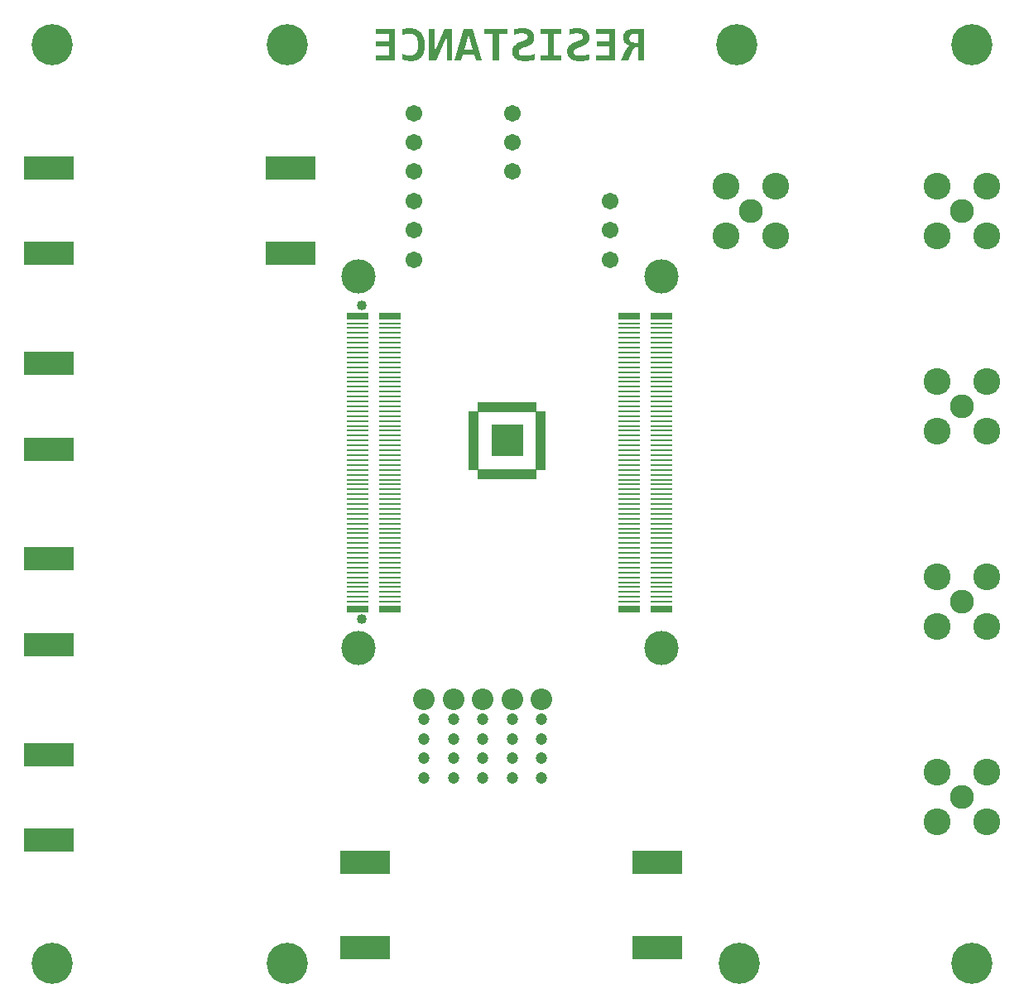
<source format=gbs>
%TF.GenerationSoftware,Altium Limited,Altium Designer,25.1.2 (22)*%
G04 Layer_Color=16711935*
%FSLAX45Y45*%
%MOMM*%
%TF.SameCoordinates,5547ED5D-0275-4426-8455-AAE2DF75363B*%
%TF.FilePolarity,Negative*%
%TF.FileFunction,Soldermask,Bot*%
%TF.Part,Single*%
G01*
G75*
%TA.AperFunction,SMDPad,CuDef*%
%ADD10R,5.08000X2.41300*%
%TA.AperFunction,ConnectorPad*%
%ADD12R,5.08000X2.41300*%
%TA.AperFunction,ComponentPad*%
%ADD30C,3.50000*%
%TA.AperFunction,SMDPad,CuDef*%
%ADD38R,2.30000X0.75000*%
%ADD39R,2.30000X0.25000*%
%TA.AperFunction,ComponentPad*%
%ADD50C,2.75320*%
%ADD51C,2.45320*%
%ADD52C,1.01320*%
%TA.AperFunction,ViaPad*%
%ADD53C,4.20320*%
%ADD54C,1.20320*%
%ADD55C,2.20320*%
%TA.AperFunction,SMDPad,CuDef*%
%ADD56R,3.30320X3.30320*%
%ADD57R,0.50320X1.05320*%
%ADD58R,1.05320X0.50320*%
%ADD59C,1.70320*%
G36*
X4387426Y9536683D02*
X4331320D01*
Y9637784D01*
Y9773325D01*
X4313544Y9731107D01*
X4226331Y9536683D01*
X4150783Y9536683D01*
Y9863316D01*
X4206889Y9863316D01*
Y9772770D01*
Y9628896D01*
X4222998Y9666670D01*
X4311878Y9863316D01*
X4387426D01*
Y9536683D01*
D02*
G37*
G36*
X3971358Y9867760D02*
X3983023Y9866649D01*
X3993577Y9864427D01*
X4002465Y9862760D01*
X4010242Y9860538D01*
X4015797Y9858316D01*
X4018019Y9857761D01*
X4019686Y9857205D01*
X4020241Y9856650D01*
X4020797D01*
X4030796Y9851650D01*
X4039684Y9846651D01*
X4048016Y9841096D01*
X4055238Y9835541D01*
X4060793Y9830541D01*
X4065237Y9826653D01*
X4067459Y9823875D01*
X4068570Y9822764D01*
X4075236Y9813876D01*
X4081346Y9804988D01*
X4086346Y9795545D01*
X4090790Y9787212D01*
X4094123Y9779435D01*
X4096345Y9773880D01*
X4097456Y9771658D01*
X4098011Y9769992D01*
X4098567Y9768881D01*
Y9768325D01*
X4101900Y9756104D01*
X4104122Y9743328D01*
X4106344Y9731107D01*
X4107455Y9719442D01*
X4108010Y9709998D01*
Y9705554D01*
X4108566Y9702221D01*
Y9698888D01*
Y9696666D01*
Y9695555D01*
Y9695000D01*
X4108010Y9680557D01*
X4106899Y9666669D01*
X4105788Y9654448D01*
X4103566Y9644449D01*
X4101900Y9635561D01*
X4101344Y9632228D01*
X4100789Y9629451D01*
X4100233Y9627229D01*
X4099678Y9625562D01*
X4099122Y9624451D01*
Y9623896D01*
X4095234Y9613341D01*
X4090790Y9603342D01*
X4086346Y9595010D01*
X4081902Y9587233D01*
X4077458Y9581678D01*
X4074125Y9577234D01*
X4071903Y9574457D01*
X4071347Y9573346D01*
X4064126Y9566124D01*
X4056349Y9560014D01*
X4048572Y9554459D01*
X4041350Y9550015D01*
X4034684Y9546682D01*
X4029685Y9544460D01*
X4026352Y9542793D01*
X4025796Y9542238D01*
X4025241D01*
X4014686Y9538905D01*
X4004132Y9536683D01*
X3993577Y9534461D01*
X3984134Y9533350D01*
X3975246Y9532794D01*
X3971913D01*
X3969136Y9532239D01*
X3954693D01*
X3946916Y9532794D01*
X3939694Y9533905D01*
X3933584Y9534461D01*
X3928029Y9535572D01*
X3924140Y9536127D01*
X3921918Y9536683D01*
X3920807D01*
X3905253Y9540571D01*
X3898032Y9542238D01*
X3891921Y9544460D01*
X3886366Y9546682D01*
X3881922Y9547793D01*
X3879145Y9548904D01*
X3878034Y9549459D01*
Y9607231D01*
X3884144Y9604453D01*
X3890255Y9601676D01*
X3892477Y9601120D01*
X3894699Y9600010D01*
X3895810Y9599454D01*
X3896365D01*
X3903587Y9597232D01*
X3909697Y9595010D01*
X3911919Y9594455D01*
X3914141Y9593899D01*
X3915252Y9593344D01*
X3915808D01*
X3923029Y9591677D01*
X3929140Y9590011D01*
X3931362Y9589455D01*
X3933584D01*
X3934695Y9588900D01*
X3935250D01*
X3941916Y9588344D01*
X3947471Y9587789D01*
X3953026D01*
X3961359Y9588344D01*
X3968580Y9588900D01*
X3975246Y9590011D01*
X3981357Y9591677D01*
X3985801Y9592788D01*
X3989689Y9593899D01*
X3991911Y9594455D01*
X3992466Y9595010D01*
X3998577Y9598343D01*
X4003576Y9601676D01*
X4008576Y9605564D01*
X4012464Y9608897D01*
X4015797Y9612230D01*
X4018019Y9615008D01*
X4019686Y9616674D01*
X4020241Y9617230D01*
X4024130Y9622785D01*
X4026907Y9628895D01*
X4029685Y9634450D01*
X4031907Y9640005D01*
X4033573Y9645005D01*
X4034684Y9648893D01*
X4035795Y9651115D01*
Y9652226D01*
X4038573Y9668891D01*
X4039684Y9676668D01*
X4040239Y9683890D01*
Y9690556D01*
X4040795Y9695555D01*
Y9698888D01*
Y9699444D01*
Y9699999D01*
Y9708887D01*
X4040239Y9717775D01*
X4039128Y9725552D01*
X4038573Y9732218D01*
X4037462Y9737773D01*
X4036906Y9742217D01*
X4036351Y9744439D01*
Y9745550D01*
X4034129Y9753327D01*
X4031907Y9759993D01*
X4029129Y9766103D01*
X4026907Y9771658D01*
X4024130Y9775547D01*
X4022463Y9778880D01*
X4021352Y9781102D01*
X4020797Y9781657D01*
X4016353Y9787212D01*
X4011909Y9791656D01*
X4007465Y9795545D01*
X4003021Y9798878D01*
X3999132Y9801655D01*
X3996355Y9803322D01*
X3994133Y9804433D01*
X3993577Y9804988D01*
X3986912Y9807766D01*
X3980246Y9809988D01*
X3973580Y9811654D01*
X3967469Y9812765D01*
X3961914Y9813321D01*
X3957470Y9813876D01*
X3953582D01*
X3941361Y9813321D01*
X3935806Y9812765D01*
X3930251Y9811654D01*
X3925807Y9811099D01*
X3922474Y9809988D01*
X3919696Y9809432D01*
X3919141D01*
X3904698Y9805544D01*
X3897476Y9803322D01*
X3891366Y9801100D01*
X3885811Y9798878D01*
X3881922Y9797211D01*
X3879145Y9796100D01*
X3878034Y9795545D01*
Y9856650D01*
X3885811Y9858872D01*
X3892477Y9860538D01*
X3894699Y9861094D01*
X3896921Y9861649D01*
X3898032Y9862205D01*
X3898587D01*
X3905809Y9863871D01*
X3911919Y9864982D01*
X3914697D01*
X3916363Y9865538D01*
X3918030D01*
X3925251Y9866649D01*
X3931362Y9867204D01*
X3933584Y9867760D01*
X3937472D01*
X3944694Y9868315D01*
X3958581D01*
X3971358Y9867760D01*
D02*
G37*
G36*
X6350000Y9536683D02*
X6288340D01*
Y9672225D01*
X6276674D01*
X6271119Y9671669D01*
X6265564Y9671114D01*
X6261120Y9670003D01*
X6257232Y9668336D01*
X6253899Y9666670D01*
X6251677Y9665559D01*
X6250010Y9665003D01*
X6249455Y9664448D01*
X6245566Y9661115D01*
X6241678Y9657782D01*
X6236123Y9650005D01*
X6234456Y9646672D01*
X6232790Y9643894D01*
X6231679Y9642228D01*
Y9641672D01*
X6185573Y9536683D01*
X6113358D01*
X6165575Y9646116D01*
X6169463Y9653338D01*
X6172796Y9660004D01*
X6176129Y9665559D01*
X6179462Y9670003D01*
X6181684Y9673891D01*
X6183906Y9676113D01*
X6185017Y9677780D01*
X6185573Y9678335D01*
X6189461Y9682224D01*
X6193350Y9685001D01*
X6197238Y9687223D01*
X6200571Y9689445D01*
X6203349Y9690556D01*
X6205571Y9691112D01*
X6207237Y9691667D01*
X6207793D01*
X6196683Y9694445D01*
X6191683Y9695556D01*
X6187239Y9697222D01*
X6183906Y9698333D01*
X6181129Y9699444D01*
X6179462Y9700555D01*
X6178907D01*
X6169463Y9705555D01*
X6165575Y9708332D01*
X6162242Y9711110D01*
X6160020Y9713332D01*
X6157798Y9714998D01*
X6156687Y9716109D01*
X6156131Y9716665D01*
X6150021Y9724997D01*
X6145577Y9732774D01*
X6143910Y9736107D01*
X6142799Y9738885D01*
X6141688Y9740551D01*
Y9741107D01*
X6138355Y9751661D01*
X6137244Y9757216D01*
X6136689Y9762215D01*
X6136133Y9766659D01*
Y9769992D01*
Y9772214D01*
Y9772770D01*
X6136689Y9781658D01*
X6137244Y9789990D01*
X6138911Y9797212D01*
X6140577Y9803322D01*
X6142244Y9808322D01*
X6143355Y9811655D01*
X6144466Y9814432D01*
X6145021Y9814988D01*
X6148354Y9821098D01*
X6152243Y9826653D01*
X6156131Y9831097D01*
X6160020Y9835541D01*
X6163353Y9838319D01*
X6166130Y9841096D01*
X6168352Y9842207D01*
X6168908Y9842763D01*
X6175018Y9846651D01*
X6181129Y9849984D01*
X6187239Y9852762D01*
X6193350Y9854984D01*
X6198349Y9856095D01*
X6202238Y9857206D01*
X6205015Y9858317D01*
X6206126D01*
X6223346Y9861094D01*
X6231123Y9862205D01*
X6238900Y9862761D01*
X6245566Y9863316D01*
X6350000D01*
Y9536683D01*
D02*
G37*
G36*
X6054475D02*
X5857829D01*
Y9588900D01*
X5991704D01*
Y9679446D01*
X5863939D01*
Y9729997D01*
X5991704D01*
Y9811099D01*
X5857829D01*
Y9863316D01*
X6054475D01*
Y9536683D01*
D02*
G37*
G36*
X5499533Y9813321D02*
X5427873D01*
Y9587233D01*
X5499533D01*
Y9536683D01*
X5293443D01*
Y9587233D01*
X5365102D01*
Y9813321D01*
X5293443D01*
Y9863316D01*
X5499533D01*
Y9813321D01*
D02*
G37*
G36*
X4954034Y9812210D02*
X4864598D01*
Y9536683D01*
X4801827D01*
Y9812210D01*
X4712392D01*
Y9863316D01*
X4954034D01*
Y9812210D01*
D02*
G37*
G36*
X4691283Y9536683D02*
X4630178D01*
X4611847Y9601121D01*
X4497970D01*
X4479638Y9536683D01*
X4411867D01*
X4508524Y9863316D01*
X4594626D01*
X4691283Y9536683D01*
D02*
G37*
G36*
X3801375Y9536683D02*
X3604729D01*
Y9588900D01*
X3738604D01*
Y9679446D01*
X3610839D01*
Y9729996D01*
X3738604D01*
Y9811099D01*
X3604729D01*
Y9863316D01*
X3801375D01*
Y9536683D01*
D02*
G37*
G36*
X5678958Y9868316D02*
X5689513Y9867760D01*
X5699512Y9866649D01*
X5707844Y9864983D01*
X5714510Y9863316D01*
X5719510Y9862205D01*
X5722843Y9861650D01*
X5723398Y9861094D01*
X5723954D01*
X5732286Y9857761D01*
X5739508Y9854428D01*
X5746174Y9851095D01*
X5751729Y9847762D01*
X5756173Y9844985D01*
X5759506Y9842763D01*
X5761728Y9841096D01*
X5762283Y9840541D01*
X5767283Y9835541D01*
X5772282Y9830542D01*
X5775615Y9825542D01*
X5778948Y9820543D01*
X5781170Y9816654D01*
X5783392Y9813321D01*
X5783948Y9811099D01*
X5784503Y9810544D01*
X5786725Y9803878D01*
X5788392Y9797767D01*
X5789503Y9791657D01*
X5790058Y9785546D01*
X5790614Y9781102D01*
X5791169Y9777214D01*
Y9774992D01*
Y9773881D01*
X5790614Y9766104D01*
X5790058Y9759438D01*
X5788947Y9753327D01*
X5787836Y9747772D01*
X5786725Y9743884D01*
X5785614Y9740551D01*
X5784503Y9738329D01*
Y9737774D01*
X5778948Y9727775D01*
X5776171Y9723331D01*
X5772838Y9719442D01*
X5770616Y9716665D01*
X5768394Y9714443D01*
X5767283Y9712776D01*
X5766727Y9712221D01*
X5757839Y9704999D01*
X5749507Y9699444D01*
X5745618Y9697222D01*
X5742841Y9695556D01*
X5741174Y9695000D01*
X5740619Y9694445D01*
X5730064Y9689445D01*
X5725065Y9687223D01*
X5720621Y9685001D01*
X5717288Y9683335D01*
X5713955Y9682224D01*
X5712288Y9681668D01*
X5711733Y9681113D01*
X5700623Y9677224D01*
X5695623Y9675558D01*
X5691179Y9673891D01*
X5687846Y9672225D01*
X5684513Y9671669D01*
X5682847Y9670558D01*
X5682291D01*
X5672292Y9666670D01*
X5667848Y9665003D01*
X5663960Y9663337D01*
X5661182Y9661670D01*
X5658405Y9660559D01*
X5657294Y9660004D01*
X5656738Y9659448D01*
X5648962Y9654449D01*
X5643407Y9650005D01*
X5641185Y9647783D01*
X5639518Y9646672D01*
X5638963Y9645561D01*
X5638407Y9645005D01*
X5636185Y9641672D01*
X5633963Y9638895D01*
X5632297Y9632229D01*
X5631741Y9629451D01*
X5631186Y9627229D01*
Y9625563D01*
Y9625007D01*
X5631741Y9618897D01*
X5632852Y9613897D01*
X5634519Y9610009D01*
X5635074Y9609453D01*
Y9608898D01*
X5638407Y9603898D01*
X5641740Y9600010D01*
X5645073Y9597233D01*
X5645629Y9596122D01*
X5646184D01*
X5652295Y9592789D01*
X5658960Y9590567D01*
X5661738Y9589456D01*
X5663960Y9588900D01*
X5665626Y9588345D01*
X5666182D01*
X5676181Y9586678D01*
X5681180Y9586123D01*
X5685624D01*
X5690068Y9585567D01*
X5705067D01*
X5712844Y9586123D01*
X5716177D01*
X5718399Y9586678D01*
X5720621D01*
X5729509Y9588345D01*
X5733953Y9588900D01*
X5737841Y9589456D01*
X5741174Y9590011D01*
X5743396Y9590567D01*
X5745063Y9591122D01*
X5745618D01*
X5755062Y9593344D01*
X5759506Y9594455D01*
X5763394Y9595011D01*
X5766172Y9596122D01*
X5768949Y9596677D01*
X5770616Y9597233D01*
X5771171D01*
X5780059Y9600010D01*
X5783948Y9601121D01*
X5787281Y9602232D01*
X5790058Y9603343D01*
X5792280Y9604454D01*
X5793947Y9605009D01*
X5794502D01*
Y9544460D01*
X5777282Y9540016D01*
X5769505Y9538350D01*
X5762283Y9536683D01*
X5756173Y9535572D01*
X5751173Y9535017D01*
X5748396Y9534461D01*
X5747285D01*
X5728953Y9532795D01*
X5720621Y9531684D01*
X5712844D01*
X5706733Y9531128D01*
X5697290D01*
X5686735Y9531684D01*
X5676736Y9532239D01*
X5667848Y9533350D01*
X5659516Y9534461D01*
X5653406Y9535572D01*
X5648406Y9536128D01*
X5645073Y9537239D01*
X5643962D01*
X5635074Y9540016D01*
X5626742Y9542794D01*
X5619520Y9546126D01*
X5613410Y9548904D01*
X5607855Y9551681D01*
X5604522Y9553903D01*
X5601744Y9555570D01*
X5601189Y9556125D01*
X5595078Y9561125D01*
X5589523Y9566680D01*
X5584524Y9571679D01*
X5580635Y9577234D01*
X5577302Y9581678D01*
X5575080Y9585011D01*
X5573969Y9587233D01*
X5573414Y9588344D01*
X5570081Y9596121D01*
X5567859Y9603898D01*
X5565637Y9611675D01*
X5564526Y9619452D01*
X5563970Y9625563D01*
X5563415Y9630562D01*
Y9633895D01*
Y9634451D01*
Y9635006D01*
X5563970Y9642228D01*
X5564526Y9648894D01*
X5565637Y9654449D01*
X5566748Y9660004D01*
X5568414Y9663892D01*
X5569525Y9666670D01*
X5570081Y9668892D01*
X5570636Y9669447D01*
X5573414Y9675002D01*
X5576191Y9680001D01*
X5579524Y9683890D01*
X5582302Y9687778D01*
X5585079Y9691111D01*
X5586746Y9693333D01*
X5588412Y9694444D01*
X5588968Y9695000D01*
X5597856Y9702777D01*
X5605633Y9708332D01*
X5609521Y9710554D01*
X5612299Y9712220D01*
X5613965Y9712776D01*
X5614521Y9713331D01*
X5625075Y9718887D01*
X5630075Y9721109D01*
X5635074Y9722775D01*
X5638963Y9724442D01*
X5641740Y9725553D01*
X5643962Y9726664D01*
X5644518D01*
X5655627Y9731108D01*
X5660627Y9732774D01*
X5665071Y9734441D01*
X5668404Y9736107D01*
X5671181Y9736663D01*
X5673403Y9737774D01*
X5673959D01*
X5683958Y9741662D01*
X5688402Y9743328D01*
X5692290Y9744995D01*
X5695623Y9746106D01*
X5697845Y9747217D01*
X5699512Y9748328D01*
X5700067D01*
X5707289Y9752772D01*
X5712844Y9757216D01*
X5715066Y9758882D01*
X5716732Y9760549D01*
X5717288Y9761104D01*
X5717843Y9761660D01*
X5720065Y9764437D01*
X5721732Y9767770D01*
X5723398Y9773325D01*
X5723954Y9776103D01*
X5724509Y9777769D01*
Y9778880D01*
Y9779436D01*
X5723954Y9785546D01*
X5722843Y9789990D01*
X5722287Y9793323D01*
X5721732Y9793879D01*
Y9794434D01*
X5718399Y9798878D01*
X5715066Y9802767D01*
X5712288Y9804989D01*
X5711733Y9805544D01*
X5711177D01*
X5705067Y9808877D01*
X5699512Y9811099D01*
X5696734Y9812210D01*
X5694512Y9812766D01*
X5693401Y9813321D01*
X5692846D01*
X5683402Y9814988D01*
X5674514Y9815543D01*
X5670626Y9816099D01*
X5657849D01*
X5651739Y9815543D01*
X5649517D01*
X5647295Y9814988D01*
X5645629D01*
X5637852Y9813877D01*
X5631186Y9812766D01*
X5628964Y9812210D01*
X5626742D01*
X5625631Y9811655D01*
X5625075D01*
X5617298Y9810543D01*
X5611188Y9808877D01*
X5608410Y9808322D01*
X5606744Y9807766D01*
X5605633Y9807211D01*
X5605077D01*
X5598411Y9805544D01*
X5592856Y9803878D01*
X5590634Y9803322D01*
X5588968Y9802767D01*
X5587857Y9802211D01*
X5587301D01*
Y9858316D01*
X5593412Y9859427D01*
X5599522Y9860538D01*
X5601744Y9861094D01*
X5603966Y9861649D01*
X5605633D01*
X5612854Y9863316D01*
X5618965Y9864427D01*
X5621742D01*
X5623964Y9864983D01*
X5625631D01*
X5632852Y9866094D01*
X5640074Y9867205D01*
X5642851D01*
X5645073Y9867760D01*
X5646740D01*
X5654517Y9868316D01*
X5660627Y9868871D01*
X5666737D01*
X5678958Y9868316D01*
D02*
G37*
G36*
X5115683Y9868315D02*
X5126238Y9867760D01*
X5136237Y9866649D01*
X5144569Y9864982D01*
X5151235Y9863316D01*
X5156235Y9862205D01*
X5159568Y9861649D01*
X5160123Y9861094D01*
X5160679D01*
X5169011Y9857761D01*
X5176233Y9854428D01*
X5182899Y9851095D01*
X5188454Y9847762D01*
X5192898Y9844984D01*
X5196231Y9842762D01*
X5198453Y9841096D01*
X5199008Y9840540D01*
X5204008Y9835541D01*
X5209007Y9830541D01*
X5212340Y9825542D01*
X5215673Y9820542D01*
X5217895Y9816654D01*
X5220117Y9813321D01*
X5220673Y9811099D01*
X5221228Y9810543D01*
X5223450Y9803878D01*
X5225117Y9797767D01*
X5226228Y9791657D01*
X5226783Y9785546D01*
X5227339Y9781102D01*
X5227894Y9777214D01*
Y9774992D01*
Y9773881D01*
X5227339Y9766104D01*
X5226783Y9759438D01*
X5225672Y9753327D01*
X5224561Y9747772D01*
X5223450Y9743884D01*
X5222339Y9740551D01*
X5221228Y9738329D01*
Y9737773D01*
X5215673Y9727774D01*
X5212896Y9723330D01*
X5209563Y9719442D01*
X5207341Y9716664D01*
X5205119Y9714442D01*
X5204008Y9712776D01*
X5203452Y9712220D01*
X5194564Y9704999D01*
X5186232Y9699444D01*
X5182343Y9697222D01*
X5179566Y9695555D01*
X5177899Y9695000D01*
X5177344Y9694444D01*
X5166789Y9689445D01*
X5161790Y9687223D01*
X5157346Y9685001D01*
X5154013Y9683334D01*
X5150680Y9682223D01*
X5149013Y9681668D01*
X5148458Y9681112D01*
X5137348Y9677224D01*
X5132348Y9675557D01*
X5127904Y9673891D01*
X5124571Y9672224D01*
X5121238Y9671669D01*
X5119572Y9670558D01*
X5119016D01*
X5109017Y9666670D01*
X5104573Y9665003D01*
X5100685Y9663337D01*
X5097908Y9661670D01*
X5095130Y9660559D01*
X5094019Y9660004D01*
X5093464Y9659448D01*
X5085687Y9654449D01*
X5080132Y9650005D01*
X5077910Y9647783D01*
X5076243Y9646672D01*
X5075688Y9645561D01*
X5075132Y9645005D01*
X5072910Y9641672D01*
X5070688Y9638895D01*
X5069022Y9632229D01*
X5068466Y9629451D01*
X5067911Y9627229D01*
Y9625563D01*
Y9625007D01*
X5068466Y9618897D01*
X5069577Y9613897D01*
X5071244Y9610009D01*
X5071799Y9609453D01*
Y9608898D01*
X5075132Y9603898D01*
X5078465Y9600010D01*
X5081798Y9597232D01*
X5082354Y9596121D01*
X5082909D01*
X5089020Y9592788D01*
X5095686Y9590566D01*
X5098463Y9589455D01*
X5100685Y9588900D01*
X5102351Y9588344D01*
X5102907D01*
X5112906Y9586678D01*
X5117905Y9586122D01*
X5122349D01*
X5126793Y9585567D01*
X5141792D01*
X5149569Y9586122D01*
X5152902D01*
X5155124Y9586678D01*
X5157346D01*
X5166234Y9588344D01*
X5170678Y9588900D01*
X5174566Y9589455D01*
X5177899Y9590011D01*
X5180121Y9590566D01*
X5181788Y9591122D01*
X5182343D01*
X5191787Y9593344D01*
X5196231Y9594455D01*
X5200119Y9595010D01*
X5202897Y9596121D01*
X5205674Y9596677D01*
X5207341Y9597232D01*
X5207896D01*
X5216784Y9600010D01*
X5220673Y9601121D01*
X5224006Y9602232D01*
X5226783Y9603343D01*
X5229005Y9604454D01*
X5230672Y9605009D01*
X5231227D01*
Y9544460D01*
X5214007Y9540016D01*
X5206230Y9538349D01*
X5199008Y9536683D01*
X5192898Y9535572D01*
X5187898Y9535016D01*
X5185121Y9534461D01*
X5184010D01*
X5165678Y9532794D01*
X5157346Y9531684D01*
X5149569D01*
X5143458Y9531128D01*
X5134015D01*
X5123460Y9531684D01*
X5113461Y9532239D01*
X5104573Y9533350D01*
X5096241Y9534461D01*
X5090131Y9535572D01*
X5085131Y9536127D01*
X5081798Y9537238D01*
X5080687D01*
X5071799Y9540016D01*
X5063467Y9542793D01*
X5056245Y9546126D01*
X5050135Y9548904D01*
X5044580Y9551681D01*
X5041247Y9553903D01*
X5038469Y9555570D01*
X5037914Y9556125D01*
X5031803Y9561125D01*
X5026248Y9566680D01*
X5021249Y9571679D01*
X5017360Y9577234D01*
X5014027Y9581678D01*
X5011805Y9585011D01*
X5010694Y9587233D01*
X5010139Y9588344D01*
X5006806Y9596121D01*
X5004584Y9603898D01*
X5002362Y9611675D01*
X5001251Y9619452D01*
X5000695Y9625563D01*
X5000140Y9630562D01*
Y9633895D01*
Y9634451D01*
Y9635006D01*
X5000695Y9642228D01*
X5001251Y9648894D01*
X5002362Y9654449D01*
X5003473Y9660004D01*
X5005139Y9663892D01*
X5006250Y9666670D01*
X5006806Y9668892D01*
X5007361Y9669447D01*
X5010139Y9675002D01*
X5012916Y9680001D01*
X5016249Y9683890D01*
X5019027Y9687778D01*
X5021804Y9691111D01*
X5023471Y9693333D01*
X5025137Y9694444D01*
X5025693Y9695000D01*
X5034581Y9702777D01*
X5042358Y9708332D01*
X5046246Y9710554D01*
X5049024Y9712220D01*
X5050690Y9712776D01*
X5051246Y9713331D01*
X5061800Y9718886D01*
X5066800Y9721108D01*
X5071799Y9722775D01*
X5075688Y9724441D01*
X5078465Y9725552D01*
X5080687Y9726663D01*
X5081243D01*
X5092353Y9731107D01*
X5097352Y9732774D01*
X5101796Y9734440D01*
X5105129Y9736107D01*
X5107906Y9736662D01*
X5110128Y9737773D01*
X5110684D01*
X5120683Y9741662D01*
X5125127Y9743328D01*
X5129015Y9744995D01*
X5132348Y9746106D01*
X5134570Y9747217D01*
X5136237Y9748328D01*
X5136792D01*
X5144014Y9752772D01*
X5149569Y9757216D01*
X5151791Y9758882D01*
X5153457Y9760549D01*
X5154013Y9761104D01*
X5154568Y9761660D01*
X5156790Y9764437D01*
X5158457Y9767770D01*
X5160123Y9773325D01*
X5160679Y9776103D01*
X5161234Y9777769D01*
Y9778880D01*
Y9779436D01*
X5160679Y9785546D01*
X5159568Y9789990D01*
X5159012Y9793323D01*
X5158457Y9793879D01*
Y9794434D01*
X5155124Y9798878D01*
X5151791Y9802767D01*
X5149013Y9804989D01*
X5148458Y9805544D01*
X5147902D01*
X5141792Y9808877D01*
X5136237Y9811099D01*
X5133459Y9812210D01*
X5131237Y9812765D01*
X5130126Y9813321D01*
X5129571D01*
X5120127Y9814987D01*
X5111239Y9815543D01*
X5107351Y9816098D01*
X5094575D01*
X5088464Y9815543D01*
X5086242D01*
X5084020Y9814987D01*
X5082354D01*
X5074577Y9813876D01*
X5067911Y9812765D01*
X5065689Y9812210D01*
X5063467D01*
X5062356Y9811654D01*
X5061800D01*
X5054023Y9810543D01*
X5047913Y9808877D01*
X5045135Y9808322D01*
X5043469Y9807766D01*
X5042358Y9807211D01*
X5041802D01*
X5035136Y9805544D01*
X5029581Y9803878D01*
X5027359Y9803322D01*
X5025693Y9802767D01*
X5024582Y9802211D01*
X5024026D01*
Y9858316D01*
X5030137Y9859427D01*
X5036247Y9860538D01*
X5038469Y9861094D01*
X5040691Y9861649D01*
X5042358D01*
X5049579Y9863316D01*
X5055690Y9864427D01*
X5058467D01*
X5060689Y9864982D01*
X5062356D01*
X5069577Y9866093D01*
X5076799Y9867204D01*
X5079576D01*
X5081798Y9867760D01*
X5083465D01*
X5091242Y9868315D01*
X5097352Y9868871D01*
X5103462D01*
X5115683Y9868315D01*
D02*
G37*
%LPC*%
G36*
X6288340Y9812210D02*
X6261676D01*
X6251121Y9811655D01*
X6241678Y9810544D01*
X6233901Y9808877D01*
X6227235Y9807211D01*
X6222235Y9804989D01*
X6218902Y9803322D01*
X6216680Y9802211D01*
X6216125Y9801656D01*
X6211125Y9797212D01*
X6207237Y9791657D01*
X6204460Y9786102D01*
X6202238Y9780547D01*
X6201127Y9775547D01*
X6200571Y9771103D01*
Y9768326D01*
Y9767770D01*
Y9767215D01*
X6201127Y9758882D01*
X6202793Y9752772D01*
X6203904Y9749994D01*
X6205015Y9748328D01*
X6205571Y9747217D01*
Y9746661D01*
X6209459Y9740551D01*
X6213347Y9736107D01*
X6216680Y9732774D01*
X6217791Y9732219D01*
X6218347Y9731663D01*
X6224457Y9727775D01*
X6231123Y9724997D01*
X6233901Y9723886D01*
X6235567Y9723331D01*
X6237234Y9722775D01*
X6237789D01*
X6246677Y9721109D01*
X6255010Y9720553D01*
X6258898Y9719998D01*
X6288340D01*
Y9812210D01*
D02*
G37*
G36*
X4554075Y9803322D02*
X4511857Y9651116D01*
X4597404D01*
X4554075Y9803322D01*
D02*
G37*
%LPD*%
D10*
X6483490Y461850D02*
D03*
Y1338150D02*
D03*
X3500000D02*
D03*
Y461850D02*
D03*
X2733490Y7561850D02*
D03*
Y8438150D02*
D03*
D12*
X266510D02*
D03*
Y7561850D02*
D03*
Y6438150D02*
D03*
Y5561850D02*
D03*
Y4438150D02*
D03*
Y3561850D02*
D03*
Y2438150D02*
D03*
Y1561850D02*
D03*
D30*
X6525000Y3525000D02*
D03*
X3425000D02*
D03*
X6525000Y7325000D02*
D03*
X3425000D02*
D03*
D38*
X3750000Y6925000D02*
D03*
X3420000D02*
D03*
X3750000Y3925000D02*
D03*
X3420000D02*
D03*
X6530000Y6925000D02*
D03*
X6200000D02*
D03*
X6530000Y3925000D02*
D03*
X6200000D02*
D03*
D39*
X3750000Y6850000D02*
D03*
X3420000D02*
D03*
X3750000Y6800000D02*
D03*
X3420000D02*
D03*
X3750000Y6750000D02*
D03*
X3420000D02*
D03*
X3750000Y6700000D02*
D03*
X3420000D02*
D03*
X3750000Y6650000D02*
D03*
X3420000D02*
D03*
X3750000Y6600000D02*
D03*
X3420000D02*
D03*
X3750000Y6550000D02*
D03*
X3420000D02*
D03*
X3750000Y6500000D02*
D03*
X3420000D02*
D03*
X3750000Y6450000D02*
D03*
X3420000D02*
D03*
X3750000Y6400000D02*
D03*
X3420000D02*
D03*
X3750000Y6350000D02*
D03*
X3420000D02*
D03*
X3750000Y6300000D02*
D03*
X3420000D02*
D03*
X3750000Y6250000D02*
D03*
X3420000D02*
D03*
X3750000Y6200000D02*
D03*
X3420000D02*
D03*
X3750000Y6150000D02*
D03*
X3420000D02*
D03*
X3750000Y6100000D02*
D03*
X3420000D02*
D03*
X3750000Y6050000D02*
D03*
X3420000D02*
D03*
X3750000Y6000000D02*
D03*
X3420000D02*
D03*
X3750000Y5950000D02*
D03*
X3420000D02*
D03*
X3750000Y5900000D02*
D03*
X3420000D02*
D03*
X3750000Y5850000D02*
D03*
X3420000D02*
D03*
X3750000Y5800000D02*
D03*
X3420000D02*
D03*
X3750000Y5750000D02*
D03*
X3420000D02*
D03*
X3750000Y5700000D02*
D03*
X3420000D02*
D03*
X3750000Y5650000D02*
D03*
X3420000D02*
D03*
X3750000Y5600000D02*
D03*
X3420000D02*
D03*
X3750000Y5550000D02*
D03*
X3420000D02*
D03*
X3750000Y5500000D02*
D03*
X3420000D02*
D03*
X3750000Y5450000D02*
D03*
X3420000D02*
D03*
X3750000Y5400000D02*
D03*
X3420000D02*
D03*
X3750000Y5350000D02*
D03*
X3420000D02*
D03*
X3750000Y5300000D02*
D03*
X3420000D02*
D03*
X3750000Y5250000D02*
D03*
X3420000D02*
D03*
X3750000Y5200000D02*
D03*
X3420000D02*
D03*
X3750000Y5150000D02*
D03*
X3420000D02*
D03*
X3750000Y5100000D02*
D03*
X3420000D02*
D03*
X3750000Y5050000D02*
D03*
X3420000D02*
D03*
X3750000Y5000000D02*
D03*
X3420000D02*
D03*
X3750000Y4950000D02*
D03*
X3420000D02*
D03*
X3750000Y4900000D02*
D03*
X3420000D02*
D03*
X3750000Y4850000D02*
D03*
X3420000D02*
D03*
X3750000Y4800000D02*
D03*
X3420000D02*
D03*
X3750000Y4750000D02*
D03*
X3420000D02*
D03*
X3750000Y4700000D02*
D03*
X3420000D02*
D03*
X3750000Y4650000D02*
D03*
X3420000D02*
D03*
X3750000Y4600000D02*
D03*
X3420000D02*
D03*
X3750000Y4550000D02*
D03*
X3420000D02*
D03*
X3750000Y4500000D02*
D03*
X3420000D02*
D03*
X3750000Y4450000D02*
D03*
X3420000D02*
D03*
X3750000Y4400000D02*
D03*
X3420000D02*
D03*
X3750000Y4350000D02*
D03*
X3420000D02*
D03*
X3750000Y4300000D02*
D03*
X3420000D02*
D03*
X3750000Y4250000D02*
D03*
X3420000D02*
D03*
X3750000Y4200000D02*
D03*
X3420000D02*
D03*
X3750000Y4150000D02*
D03*
X3420000D02*
D03*
X3750000Y4100000D02*
D03*
X3420000D02*
D03*
X3750000Y4050000D02*
D03*
X3420000D02*
D03*
X3750000Y4000000D02*
D03*
X3420000D02*
D03*
X6530000Y6850000D02*
D03*
X6200000D02*
D03*
X6530000Y6800000D02*
D03*
X6200000D02*
D03*
X6530000Y6750000D02*
D03*
X6200000D02*
D03*
X6530000Y6700000D02*
D03*
X6200000D02*
D03*
X6530000Y6650000D02*
D03*
X6200000D02*
D03*
X6530000Y6600000D02*
D03*
X6200000D02*
D03*
X6530000Y6550000D02*
D03*
X6200000D02*
D03*
X6530000Y6500000D02*
D03*
X6200000D02*
D03*
X6530000Y6450000D02*
D03*
X6200000D02*
D03*
X6530000Y6400000D02*
D03*
X6200000D02*
D03*
X6530000Y6350000D02*
D03*
X6200000D02*
D03*
X6530000Y6300000D02*
D03*
X6200000D02*
D03*
X6530000Y6250000D02*
D03*
X6200000D02*
D03*
X6530000Y6200000D02*
D03*
X6200000D02*
D03*
X6530000Y6150000D02*
D03*
X6200000D02*
D03*
X6530000Y6100000D02*
D03*
X6200000D02*
D03*
X6530000Y6050000D02*
D03*
X6200000D02*
D03*
X6530000Y6000000D02*
D03*
X6200000D02*
D03*
X6530000Y5950000D02*
D03*
X6200000D02*
D03*
X6530000Y5900000D02*
D03*
X6200000D02*
D03*
X6530000Y5850000D02*
D03*
X6200000D02*
D03*
X6530000Y5800000D02*
D03*
X6200000D02*
D03*
X6530000Y5750000D02*
D03*
X6200000D02*
D03*
X6530000Y5700000D02*
D03*
X6200000D02*
D03*
X6530000Y5650000D02*
D03*
X6200000D02*
D03*
X6530000Y5600000D02*
D03*
X6200000D02*
D03*
X6530000Y5550000D02*
D03*
X6200000D02*
D03*
X6530000Y5500000D02*
D03*
X6200000D02*
D03*
X6530000Y5450000D02*
D03*
X6200000D02*
D03*
X6530000Y5400000D02*
D03*
X6200000D02*
D03*
X6530000Y5350000D02*
D03*
X6200000D02*
D03*
X6530000Y5300000D02*
D03*
X6200000D02*
D03*
X6530000Y5250000D02*
D03*
X6200000D02*
D03*
X6530000Y5200000D02*
D03*
X6200000D02*
D03*
X6530000Y5150000D02*
D03*
X6200000D02*
D03*
X6530000Y5100000D02*
D03*
X6200000D02*
D03*
X6530000Y5050000D02*
D03*
X6200000D02*
D03*
X6530000Y5000000D02*
D03*
X6200000D02*
D03*
X6530000Y4950000D02*
D03*
X6200000D02*
D03*
X6530000Y4900000D02*
D03*
X6200000D02*
D03*
X6530000Y4850000D02*
D03*
X6200000D02*
D03*
X6530000Y4800000D02*
D03*
X6200000D02*
D03*
X6530000Y4750000D02*
D03*
X6200000D02*
D03*
X6530000Y4700000D02*
D03*
X6200000D02*
D03*
X6530000Y4650000D02*
D03*
X6200000D02*
D03*
X6530000Y4600000D02*
D03*
X6200000D02*
D03*
X6530000Y4550000D02*
D03*
X6200000D02*
D03*
X6530000Y4500000D02*
D03*
X6200000D02*
D03*
X6530000Y4450000D02*
D03*
X6200000D02*
D03*
X6530000Y4400000D02*
D03*
X6200000D02*
D03*
X6530000Y4350000D02*
D03*
X6200000D02*
D03*
X6530000Y4300000D02*
D03*
X6200000D02*
D03*
X6530000Y4250000D02*
D03*
X6200000D02*
D03*
X6530000Y4200000D02*
D03*
X6200000D02*
D03*
X6530000Y4150000D02*
D03*
X6200000D02*
D03*
X6530000Y4100000D02*
D03*
X6200000D02*
D03*
X6530000Y4050000D02*
D03*
X6200000D02*
D03*
X6530000Y4000000D02*
D03*
X6200000D02*
D03*
D50*
X9854000Y7746000D02*
D03*
X9346000D02*
D03*
Y8254000D02*
D03*
X9854000D02*
D03*
X7186000D02*
D03*
X7694000D02*
D03*
Y7746000D02*
D03*
X7186000D02*
D03*
X9854000Y1746000D02*
D03*
X9346000D02*
D03*
Y2254000D02*
D03*
X9854000D02*
D03*
Y3746000D02*
D03*
X9346000D02*
D03*
Y4254000D02*
D03*
X9854000D02*
D03*
Y5746000D02*
D03*
X9346000D02*
D03*
Y6254000D02*
D03*
X9854000D02*
D03*
D51*
X9600000Y8000000D02*
D03*
X7440000D02*
D03*
X9600000Y2000000D02*
D03*
Y4000000D02*
D03*
Y6000000D02*
D03*
D52*
X3465000Y3820000D02*
D03*
Y7030000D02*
D03*
D53*
X7325898Y300000D02*
D03*
X9700000Y300000D02*
D03*
X9700000Y9700000D02*
D03*
X7300000Y9700000D02*
D03*
X2700000Y9700000D02*
D03*
X2700000Y300000D02*
D03*
X300000Y300000D02*
D03*
X300000Y9700000D02*
D03*
D54*
X4099999Y2200000D02*
D03*
Y2400000D02*
D03*
Y2600000D02*
D03*
Y2800000D02*
D03*
X4400000Y2200000D02*
D03*
Y2400000D02*
D03*
Y2600000D02*
D03*
Y2800000D02*
D03*
X4700000Y2200000D02*
D03*
Y2400000D02*
D03*
Y2600000D02*
D03*
Y2800000D02*
D03*
X5000000D02*
D03*
Y2600000D02*
D03*
Y2400000D02*
D03*
Y2200000D02*
D03*
X5300000D02*
D03*
Y2400000D02*
D03*
Y2600000D02*
D03*
Y2800000D02*
D03*
D55*
X4099999Y3000000D02*
D03*
X4400000D02*
D03*
X4700000D02*
D03*
X5000000D02*
D03*
X5300000D02*
D03*
D56*
X4950000Y5650000D02*
D03*
D57*
X5225000Y5995000D02*
D03*
X5175000D02*
D03*
X5125000D02*
D03*
X5075000D02*
D03*
X5025000D02*
D03*
X4975000D02*
D03*
X4925000D02*
D03*
X4875000D02*
D03*
X4825000D02*
D03*
X4775000D02*
D03*
X4725000D02*
D03*
X4675000D02*
D03*
Y5305000D02*
D03*
X4725000D02*
D03*
X4775000D02*
D03*
X4825000D02*
D03*
X4875000D02*
D03*
X4925000D02*
D03*
X4975000D02*
D03*
X5025000D02*
D03*
X5075000D02*
D03*
X5125000D02*
D03*
X5175000D02*
D03*
X5225000D02*
D03*
D58*
X4605000Y5925000D02*
D03*
Y5875000D02*
D03*
Y5825000D02*
D03*
Y5775000D02*
D03*
Y5725000D02*
D03*
Y5675000D02*
D03*
Y5625000D02*
D03*
Y5575000D02*
D03*
Y5525000D02*
D03*
Y5475000D02*
D03*
Y5425000D02*
D03*
Y5375000D02*
D03*
X5295000D02*
D03*
Y5425000D02*
D03*
Y5475000D02*
D03*
Y5525000D02*
D03*
Y5575000D02*
D03*
Y5625000D02*
D03*
Y5675000D02*
D03*
Y5725000D02*
D03*
Y5775000D02*
D03*
Y5825000D02*
D03*
Y5875000D02*
D03*
Y5925000D02*
D03*
D59*
X6000002Y8100000D02*
D03*
X6000003Y7500000D02*
D03*
X6000002Y7800000D02*
D03*
X4000003Y7500000D02*
D03*
X4000002Y8100000D02*
D03*
X5000001Y8400000D02*
D03*
X4000001D02*
D03*
X5000000Y8700000D02*
D03*
X4000000D02*
D03*
X5000000Y9000000D02*
D03*
X4000000D02*
D03*
X3999989Y7799995D02*
D03*
%TF.MD5,e9b25768c09a80e46214837059e8bdf2*%
M02*

</source>
